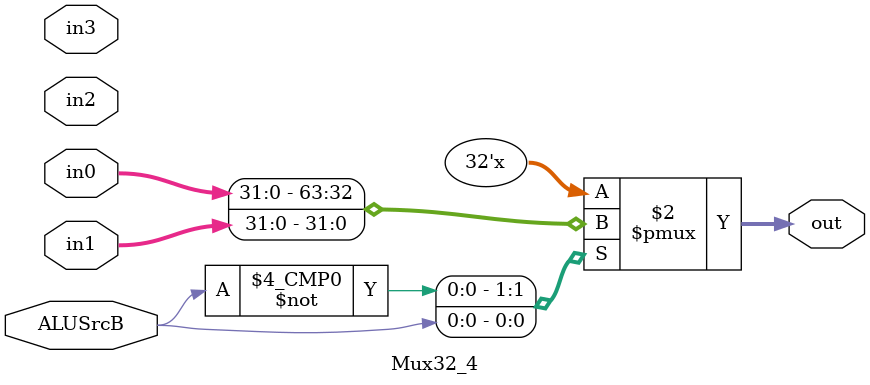
<source format=sv>
module Mux32_4 (input logic [31:0] in0, in1, in2, in3, input logic ALUSrcB, output logic [31:0] out);


always_comb
	case(ALUSrcB)
		0:
			out = in0;
		1:
			out = in1;
		2:
			out = in2;
		3:
			out = in2;
	endcase			
	

endmodule: Mux32_4
</source>
